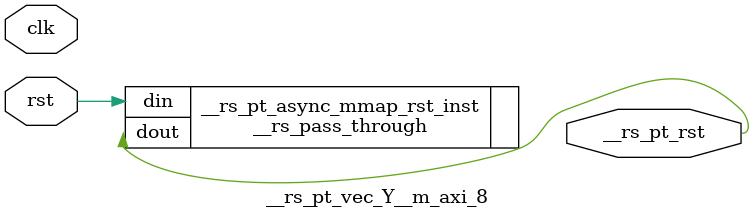
<source format=v>
`timescale 1 ns / 1 ps
/**   Generated by RapidStream   **/
module __rs_pt_vec_Y__m_axi_8 #(
    parameter BufferSize         = 32,
    parameter BufferSizeLog      = 5,
    parameter AddrWidth          = 64,
    parameter AxiSideAddrWidth   = 64,
    parameter DataWidth          = 512,
    parameter DataWidthBytesLog  = 6,
    parameter WaitTimeWidth      = 4,
    parameter BurstLenWidth      = 8,
    parameter EnableReadChannel  = 1,
    parameter EnableWriteChannel = 1,
    parameter MaxWaitTime        = 3,
    parameter MaxBurstLen        = 15
) (
    output wire __rs_pt_rst,
    input wire  clk,
    input wire  rst
);




__rs_pass_through #(
    .WIDTH (1)
) __rs_pt_async_mmap_rst_inst /**   Generated by RapidStream   **/ (
    .din  (rst),
    .dout (__rs_pt_rst)
);

endmodule  // __rs_pt_vec_Y__m_axi_8
</source>
